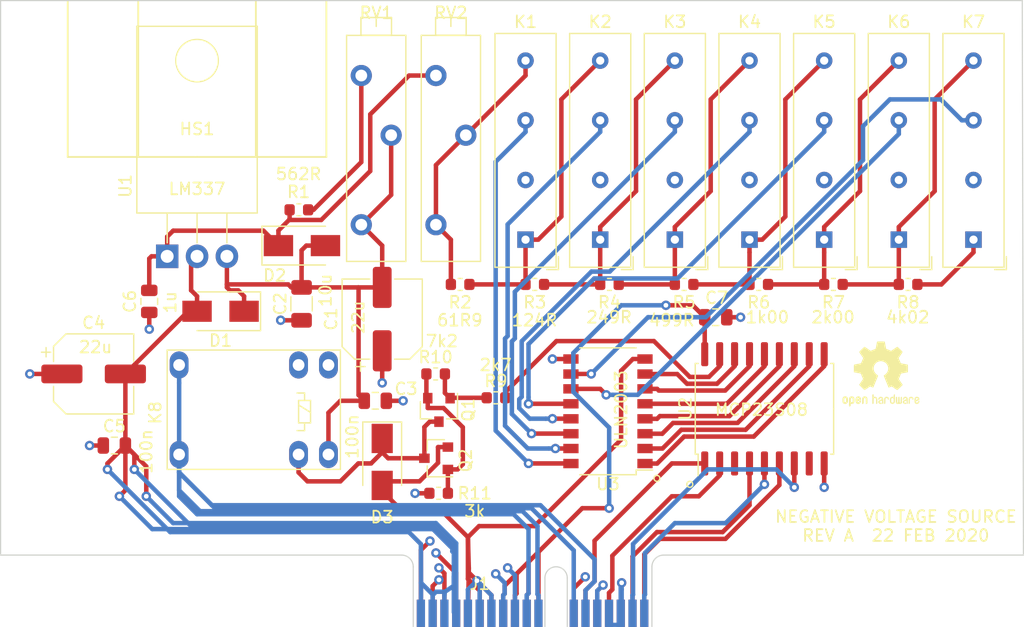
<source format=kicad_pcb>
(kicad_pcb (version 20171130) (host pcbnew "(5.1.5)-3")
  (layers (0 F.Cu signal hide) (1 In1.Cu power hide) (2 In2.Cu power hide) (31 B.Cu signal) (34 B.Paste user) (35 F.Paste user) (36 B.SilkS user) (37 F.SilkS user) (38 B.Mask user) (39 F.Mask user) (44 Edge.Cuts user))
  (net 0 "")
  (net 1 GNDREF)
  (net 2 /-VUNREG)
  (net 3 "/Neg Reg/NegR/RA")
  (net 4 +3V3)
  (net 5 /VNEG)
  (net 6 /A0)
  (net 7 /~CS)
  (net 8 GND)
  (net 9 /SCK)
  (net 10 /A1)
  (net 11 /~RST)
  (net 12 /SI)
  (net 13 +12V)
  (net 14 "Net-(K1-Pad1)")
  (net 15 "Net-(K1-Pad5)")
  (net 16 "Net-(K1-Pad7)")
  (net 17 "Net-(K2-Pad1)")
  (net 18 "Net-(K2-Pad5)")
  (net 19 "Net-(K3-Pad1)")
  (net 20 "Net-(K3-Pad5)")
  (net 21 "Net-(K4-Pad1)")
  (net 22 "Net-(K4-Pad5)")
  (net 23 "Net-(K5-Pad1)")
  (net 24 "Net-(K5-Pad5)")
  (net 25 "Net-(K6-Pad1)")
  (net 26 "Net-(K6-Pad5)")
  (net 27 "Net-(K7-Pad5)")
  (net 28 "Net-(Q1-Pad1)")
  (net 29 "Net-(R1-Pad1)")
  (net 30 "/Neg Reg/D7")
  (net 31 "/Neg Reg/D6")
  (net 32 "/Neg Reg/D5")
  (net 33 "/Neg Reg/D4")
  (net 34 "/Neg Reg/D3")
  (net 35 "/Neg Reg/D2")
  (net 36 "/Neg Reg/D1")
  (net 37 "/Neg Reg/D0")
  (net 38 "Net-(U2-Pad8)")
  (net 39 "Net-(U2-Pad3)")
  (net 40 "/Neg Reg/NVREG")
  (net 41 "Net-(Q1-Pad2)")
  (net 42 "Net-(D3-Pad1)")
  (module Symbol:OSHW-Logo2_7.3x6mm_SilkScreen (layer F.Cu) (at 138.176 68.58)
    (fp_text reference REF** hide)
    (fp_text value OSHW-Logo2_7.3x6mm_SilkScreen hide)
  )
  (module Diode_SMD:D_SMA (layer F.Cu) (at 95.758 76.072 270)
    (fp_text reference D3 (at 4.7 0 180) (layer F.SilkS))
    (fp_text value SS34)
    (pad 2 smd rect (at 2 0 270) (size 2.5 1.8) (layers F.Cu F.Paste F.Mask) (net 8 GND))
    (pad 1 smd rect (at -2 0 270) (size 2.5 1.8) (layers F.Cu F.Paste F.Mask) (net 42 "Net-(D3-Pad1)"))
  )
  (module Diode_SMD:D_SMA (layer F.Cu) (at 88.932 57.658)
    (fp_text reference D2 (at -2.318 2.54) (layer F.SilkS))
    (fp_text value SS34)
    (pad 2 smd rect (at 2 0) (size 2.5 1.8) (layers F.Cu F.Paste F.Mask) (net 40 "/Neg Reg/NVREG"))
    (pad 1 smd rect (at -2 0) (size 2.5 1.8) (layers F.Cu F.Paste F.Mask) (net 3 "/Neg Reg/NegR/RA"))
  )
  (module Diode_SMD:D_SMA (layer F.Cu) (at 82.01 63.246 180)
    (fp_text reference D1 (at 0 -2.5) (layer F.SilkS))
    (fp_text value SS34)
    (pad 2 smd rect (at 2 0 180) (size 2.5 1.8) (layers F.Cu F.Paste F.Mask) (net 2 /-VUNREG))
    (pad 1 smd rect (at -2 0 180) (size 2.5 1.8) (layers F.Cu F.Paste F.Mask) (net 40 "/Neg Reg/NVREG"))
  )
  (module Resistor_SMD:R_0603_1608Metric (layer F.Cu) (at 100.3045 68.58)
    (fp_text reference R10 (at 0 -1.43) (layer F.SilkS))
    (fp_text value 7k2)
    (pad 2 smd roundrect (at 0.7875 0) (size 0.875 0.95) (layers F.Cu F.Paste F.Mask) (net 28 "Net-(Q1-Pad1)"))
    (pad 1 smd roundrect (at -0.7875 0) (size 0.875 0.95) (layers F.Cu F.Paste F.Mask) (net 41 "Net-(Q1-Pad2)"))
  )
  (module Relay_THT:Relay_SPDT_HJR-4102 (layer F.Cu) (at 78.486 75.438 90)
    (fp_text reference K8 (at 3.556 -2.032 90) (layer F.SilkS))
    (fp_text value HRS1H-S-DC12V)
    (pad 6 thru_hole oval (at 0 12.7 90) (size 2.3 1.6) (drill 1) (layers *.Cu *.Mask) (net 40 "/Neg Reg/NVREG"))
    (pad 7 thru_hole oval (at 7.62 12.7 90) (size 2.3 1.6) (drill 1) (layers *.Cu *.Mask) (net 1 GNDREF))
    (pad 5 thru_hole oval (at 0 10.16 90) (size 2.3 1.6) (drill 1) (layers *.Cu *.Mask) (net 42 "Net-(D3-Pad1)"))
    (pad 1 thru_hole oval (at 0 0 90) (size 2.3 1.6) (drill 1) (layers *.Cu *.Mask) (net 5 /VNEG))
    (pad 8 thru_hole oval (at 7.62 10.16 90) (size 2.3 1.6) (drill 1) (layers *.Cu *.Mask) (net 13 +12V))
    (pad 12 thru_hole oval (at 7.62 0 90) (size 2.3 1.6) (drill 1) (layers *.Cu *.Mask) (net 5 /VNEG))
  )
  (module Package_TO_SOT_SMD:SOT-23 (layer F.Cu) (at 100.584 71.644 270)
    (fp_text reference Q1 (at 0 -2.5 90) (layer F.SilkS))
    (fp_text value SS8050)
    (pad 3 smd rect (at 1 0 270) (size 0.9 0.8) (layers F.Cu F.Paste F.Mask) (net 42 "Net-(D3-Pad1)"))
    (pad 2 smd rect (at -1 0.95 270) (size 0.9 0.8) (layers F.Cu F.Paste F.Mask) (net 41 "Net-(Q1-Pad2)"))
    (pad 1 smd rect (at -1 -0.95 270) (size 0.9 0.8) (layers F.Cu F.Paste F.Mask) (net 28 "Net-(Q1-Pad1)"))
  )
  (module Package_TO_SOT_SMD:SOT-23 (layer F.Cu) (at 100.346 75.758 180)
    (fp_text reference Q2 (at -2.524 -0.188 90) (layer F.SilkS))
    (fp_text value SS8050)
    (pad 3 smd rect (at 1 0 180) (size 0.9 0.8) (layers F.Cu F.Paste F.Mask) (net 42 "Net-(D3-Pad1)"))
    (pad 2 smd rect (at -1 0.95 180) (size 0.9 0.8) (layers F.Cu F.Paste F.Mask) (net 8 GND))
    (pad 1 smd rect (at -1 -0.95 180) (size 0.9 0.8) (layers F.Cu F.Paste F.Mask) (net 41 "Net-(Q1-Pad2)"))
  )
  (module Resistor_SMD:R_0603_1608Metric (layer F.Cu) (at 100.5585 78.74)
    (fp_text reference R11 (at 3.0735 0) (layer F.SilkS))
    (fp_text value 3k)
    (pad 2 smd roundrect (at 0.7875 0) (size 0.875 0.95) (layers F.Cu F.Paste F.Mask) (net 41 "Net-(Q1-Pad2)"))
    (pad 1 smd roundrect (at -0.7875 0) (size 0.875 0.95) (layers F.Cu F.Paste F.Mask) (net 1 GNDREF))
  )
  (module Package_TO_SOT_THT:TO-220-3_Horizontal_TabDown (layer F.Cu) (at 77.47 58.57)
    (fp_text reference U1 (at -3.556 -5.992 90) (layer F.SilkS))
    (fp_text value LM337_TO220)
    (pad 3 thru_hole oval (at 5.08 0) (size 1.905 2) (drill 1.1) (layers *.Cu *.Mask) (net 40 "/Neg Reg/NVREG"))
    (pad 2 thru_hole oval (at 2.54 0) (size 1.905 2) (drill 1.1) (layers *.Cu *.Mask) (net 2 /-VUNREG))
    (pad 1 thru_hole rect (at 0 0) (size 1.905 2) (drill 1.1) (layers *.Cu *.Mask) (net 3 "/Neg Reg/NegR/RA"))
    (pad "" np_thru_hole oval (at 2.54 -16.66) (size 3.5 3.5) (drill 3.5) (layers *.Cu *.Mask))
  )
  (module programmer:Heatsink_22x10x25mm_1xFixation3mm (layer F.Cu) (at 80.01 41.91)
    (fp_text reference HS1 (at 0 5.82) (layer F.SilkS))
    (fp_text value Heatsink)
    (pad 1 thru_hole circle (at 0 0) (size 3.2 3.2) (drill 3.2) (layers *.Cu *.Mask))
  )
  (module Package_SO:SOP-16_4.4x10.4mm_P1.27mm (layer F.Cu) (at 114.96 71.76 180)
    (fp_text reference U3 (at 0 -6.2) (layer F.SilkS))
    (fp_text value ULN2003)
    (pad 16 smd rect (at 3.15 -4.45 180) (size 1.3 0.8) (layers F.Cu F.Paste F.Mask) (net 15 "Net-(K1-Pad5)"))
    (pad 15 smd rect (at 3.15 -3.17 180) (size 1.3 0.8) (layers F.Cu F.Paste F.Mask) (net 18 "Net-(K2-Pad5)"))
    (pad 14 smd rect (at 3.15 -1.91 180) (size 1.3 0.8) (layers F.Cu F.Paste F.Mask) (net 20 "Net-(K3-Pad5)"))
    (pad 13 smd rect (at 3.15 -0.64 180) (size 1.3 0.8) (layers F.Cu F.Paste F.Mask) (net 22 "Net-(K4-Pad5)"))
    (pad 12 smd rect (at 3.15 0.64 180) (size 1.3 0.8) (layers F.Cu F.Paste F.Mask) (net 24 "Net-(K5-Pad5)"))
    (pad 11 smd rect (at 3.15 1.91 180) (size 1.3 0.8) (layers F.Cu F.Paste F.Mask) (net 26 "Net-(K6-Pad5)"))
    (pad 10 smd rect (at 3.15 3.17 180) (size 1.3 0.8) (layers F.Cu F.Paste F.Mask) (net 27 "Net-(K7-Pad5)"))
    (pad 9 smd rect (at 3.15 4.45 180) (size 1.3 0.8) (layers F.Cu F.Paste F.Mask) (net 13 +12V))
    (pad 8 smd rect (at -3.15 4.45 180) (size 1.3 0.8) (layers F.Cu F.Paste F.Mask) (net 8 GND))
    (pad 7 smd rect (at -3.15 3.17 180) (size 1.3 0.8) (layers F.Cu F.Paste F.Mask) (net 31 "/Neg Reg/D6"))
    (pad 6 smd rect (at -3.15 1.91 180) (size 1.3 0.8) (layers F.Cu F.Paste F.Mask) (net 32 "/Neg Reg/D5"))
    (pad 5 smd rect (at -3.15 0.64 180) (size 1.3 0.8) (layers F.Cu F.Paste F.Mask) (net 33 "/Neg Reg/D4"))
    (pad 4 smd rect (at -3.15 -0.64 180) (size 1.3 0.8) (layers F.Cu F.Paste F.Mask) (net 34 "/Neg Reg/D3"))
    (pad 3 smd rect (at -3.15 -1.91 180) (size 1.3 0.8) (layers F.Cu F.Paste F.Mask) (net 35 "/Neg Reg/D2"))
    (pad 2 smd rect (at -3.15 -3.17 180) (size 1.3 0.8) (layers F.Cu F.Paste F.Mask) (net 36 "/Neg Reg/D1"))
    (pad 1 smd rect (at -3.15 -4.45 180) (size 1.3 0.8) (layers F.Cu F.Paste F.Mask) (net 37 "/Neg Reg/D0"))
  )
  (module Package_SO:SOIC-18W_7.5x11.6mm_P1.27mm (layer F.Cu) (at 128.27 71.55 90)
    (fp_text reference U2 (at 0 -6.72 90) (layer F.SilkS))
    (fp_text value MCP23S08)
    (pad 18 smd roundrect (at 4.65 -5.08 90) (size 2.05 0.6) (layers F.Cu F.Paste F.Mask) (net 4 +3V3))
    (pad 17 smd roundrect (at 4.65 -3.81 90) (size 2.05 0.6) (layers F.Cu F.Paste F.Mask) (net 30 "/Neg Reg/D7"))
    (pad 16 smd roundrect (at 4.65 -2.54 90) (size 2.05 0.6) (layers F.Cu F.Paste F.Mask) (net 31 "/Neg Reg/D6"))
    (pad 15 smd roundrect (at 4.65 -1.27 90) (size 2.05 0.6) (layers F.Cu F.Paste F.Mask) (net 32 "/Neg Reg/D5"))
    (pad 14 smd roundrect (at 4.65 0 90) (size 2.05 0.6) (layers F.Cu F.Paste F.Mask) (net 33 "/Neg Reg/D4"))
    (pad 13 smd roundrect (at 4.65 1.27 90) (size 2.05 0.6) (layers F.Cu F.Paste F.Mask) (net 34 "/Neg Reg/D3"))
    (pad 12 smd roundrect (at 4.65 2.54 90) (size 2.05 0.6) (layers F.Cu F.Paste F.Mask) (net 35 "/Neg Reg/D2"))
    (pad 11 smd roundrect (at 4.65 3.81 90) (size 2.05 0.6) (layers F.Cu F.Paste F.Mask) (net 36 "/Neg Reg/D1"))
    (pad 10 smd roundrect (at 4.65 5.08 90) (size 2.05 0.6) (layers F.Cu F.Paste F.Mask) (net 37 "/Neg Reg/D0"))
    (pad 9 smd roundrect (at -4.65 5.08 90) (size 2.05 0.6) (layers F.Cu F.Paste F.Mask) (net 1 GNDREF))
    (pad 8 smd roundrect (at -4.65 3.81 90) (size 2.05 0.6) (layers F.Cu F.Paste F.Mask) (net 38 "Net-(U2-Pad8)"))
    (pad 7 smd roundrect (at -4.65 2.54 90) (size 2.05 0.6) (layers F.Cu F.Paste F.Mask) (net 7 /~CS))
    (pad 6 smd roundrect (at -4.65 1.27 90) (size 2.05 0.6) (layers F.Cu F.Paste F.Mask) (net 11 /~RST))
    (pad 5 smd roundrect (at -4.65 0 90) (size 2.05 0.6) (layers F.Cu F.Paste F.Mask) (net 6 /A0))
    (pad 4 smd roundrect (at -4.65 -1.27 90) (size 2.05 0.6) (layers F.Cu F.Paste F.Mask) (net 10 /A1))
    (pad 3 smd roundrect (at -4.65 -2.54 90) (size 2.05 0.6) (layers F.Cu F.Paste F.Mask) (net 39 "Net-(U2-Pad3)"))
    (pad 2 smd roundrect (at -4.65 -3.81 90) (size 2.05 0.6) (layers F.Cu F.Paste F.Mask) (net 12 /SI))
    (pad 1 smd roundrect (at -4.65 -5.08 90) (size 2.05 0.6) (layers F.Cu F.Paste F.Mask) (net 9 /SCK))
  )
  (module Potentiometer_THT:Potentiometer_Vishay_43_Horizontal (layer F.Cu) (at 100.33 55.88 270)
    (fp_text reference RV2 (at -18.034 -1.27 180) (layer F.SilkS))
    (fp_text value 100R)
    (pad 3 thru_hole circle (at -12.7 0 270) (size 1.8 1.8) (drill 1) (layers *.Cu *.Mask) (net 3 "/Neg Reg/NegR/RA"))
    (pad 2 thru_hole circle (at -7.62 -2.54 270) (size 1.8 1.8) (drill 1) (layers *.Cu *.Mask) (net 16 "Net-(K1-Pad7)"))
    (pad 1 thru_hole circle (at 0 0 270) (size 1.8 1.8) (drill 1) (layers *.Cu *.Mask) (net 16 "Net-(K1-Pad7)"))
  )
  (module Potentiometer_THT:Potentiometer_Vishay_43_Horizontal (layer F.Cu) (at 93.98 55.88 270)
    (fp_text reference RV1 (at -18.034 -1.27 180) (layer F.SilkS))
    (fp_text value 100R)
    (pad 3 thru_hole circle (at -12.7 0 270) (size 1.8 1.8) (drill 1) (layers *.Cu *.Mask) (net 29 "Net-(R1-Pad1)"))
    (pad 2 thru_hole circle (at -7.62 -2.54 270) (size 1.8 1.8) (drill 1) (layers *.Cu *.Mask) (net 40 "/Neg Reg/NVREG"))
    (pad 1 thru_hole circle (at 0 0 270) (size 1.8 1.8) (drill 1) (layers *.Cu *.Mask) (net 40 "/Neg Reg/NVREG"))
  )
  (module Resistor_SMD:R_0603_1608Metric (layer F.Cu) (at 105.4355 70.612)
    (fp_text reference R9 (at 0 -1.43) (layer F.SilkS))
    (fp_text value 2k7)
    (pad 2 smd roundrect (at 0.7875 0) (size 0.875 0.95) (layers F.Cu F.Paste F.Mask) (net 30 "/Neg Reg/D7"))
    (pad 1 smd roundrect (at -0.7875 0) (size 0.875 0.95) (layers F.Cu F.Paste F.Mask) (net 28 "Net-(Q1-Pad1)"))
  )
  (module Resistor_SMD:R_0603_1608Metric (layer F.Cu) (at 140.4875 60.96)
    (fp_text reference R8 (at 0 1.524) (layer F.SilkS))
    (fp_text value 4k02)
    (pad 2 smd roundrect (at 0.7875 0) (size 0.875 0.95) (layers F.Cu F.Paste F.Mask) (net 1 GNDREF))
    (pad 1 smd roundrect (at -0.7875 0) (size 0.875 0.95) (layers F.Cu F.Paste F.Mask) (net 25 "Net-(K6-Pad1)"))
  )
  (module Resistor_SMD:R_0603_1608Metric (layer F.Cu) (at 134.1375 60.96)
    (fp_text reference R7 (at 0 1.524) (layer F.SilkS))
    (fp_text value 2k00)
    (pad 2 smd roundrect (at 0.7875 0) (size 0.875 0.95) (layers F.Cu F.Paste F.Mask) (net 25 "Net-(K6-Pad1)"))
    (pad 1 smd roundrect (at -0.7875 0) (size 0.875 0.95) (layers F.Cu F.Paste F.Mask) (net 23 "Net-(K5-Pad1)"))
  )
  (module Resistor_SMD:R_0603_1608Metric (layer F.Cu) (at 127.7875 60.96)
    (fp_text reference R6 (at 0 1.524) (layer F.SilkS))
    (fp_text value 1k00)
    (pad 2 smd roundrect (at 0.7875 0) (size 0.875 0.95) (layers F.Cu F.Paste F.Mask) (net 23 "Net-(K5-Pad1)"))
    (pad 1 smd roundrect (at -0.7875 0) (size 0.875 0.95) (layers F.Cu F.Paste F.Mask) (net 21 "Net-(K4-Pad1)"))
  )
  (module Resistor_SMD:R_0603_1608Metric (layer F.Cu) (at 121.4375 60.96)
    (fp_text reference R5 (at 0 1.524) (layer F.SilkS))
    (fp_text value 499R)
    (pad 2 smd roundrect (at 0.7875 0) (size 0.875 0.95) (layers F.Cu F.Paste F.Mask) (net 21 "Net-(K4-Pad1)"))
    (pad 1 smd roundrect (at -0.7875 0) (size 0.875 0.95) (layers F.Cu F.Paste F.Mask) (net 19 "Net-(K3-Pad1)"))
  )
  (module Resistor_SMD:R_0603_1608Metric (layer F.Cu) (at 115.0875 60.96)
    (fp_text reference R4 (at 0 1.524) (layer F.SilkS))
    (fp_text value 249R)
    (pad 2 smd roundrect (at 0.7875 0) (size 0.875 0.95) (layers F.Cu F.Paste F.Mask) (net 19 "Net-(K3-Pad1)"))
    (pad 1 smd roundrect (at -0.7875 0) (size 0.875 0.95) (layers F.Cu F.Paste F.Mask) (net 17 "Net-(K2-Pad1)"))
  )
  (module Resistor_SMD:R_0603_1608Metric (layer F.Cu) (at 108.7375 60.96)
    (fp_text reference R3 (at 0 1.524) (layer F.SilkS))
    (fp_text value 124R)
    (pad 2 smd roundrect (at 0.7875 0) (size 0.875 0.95) (layers F.Cu F.Paste F.Mask) (net 17 "Net-(K2-Pad1)"))
    (pad 1 smd roundrect (at -0.7875 0) (size 0.875 0.95) (layers F.Cu F.Paste F.Mask) (net 14 "Net-(K1-Pad1)"))
  )
  (module Resistor_SMD:R_0603_1608Metric (layer F.Cu) (at 102.3875 60.96)
    (fp_text reference R2 (at 0 1.524) (layer F.SilkS))
    (fp_text value 61R9)
    (pad 2 smd roundrect (at 0.7875 0) (size 0.875 0.95) (layers F.Cu F.Paste F.Mask) (net 14 "Net-(K1-Pad1)"))
    (pad 1 smd roundrect (at -0.7875 0) (size 0.875 0.95) (layers F.Cu F.Paste F.Mask) (net 16 "Net-(K1-Pad7)"))
  )
  (module Resistor_SMD:R_0603_1608Metric (layer F.Cu) (at 88.6715 54.61 180)
    (fp_text reference R1 (at 0.0255 1.524) (layer F.SilkS))
    (fp_text value 562R)
    (pad 2 smd roundrect (at 0.7875 0 180) (size 0.875 0.95) (layers F.Cu F.Paste F.Mask) (net 3 "/Neg Reg/NegR/RA"))
    (pad 1 smd roundrect (at -0.7875 0 180) (size 0.875 0.95) (layers F.Cu F.Paste F.Mask) (net 29 "Net-(R1-Pad1)"))
  )
  (module Relay_THT:Relay_SPST_StandexMeder_SIL_Form1A (layer F.Cu) (at 146.05 57.15 90)
    (fp_text reference K7 (at 18.542 0 180) (layer F.SilkS))
    (fp_text value SIP-1A12)
    (pad 1 thru_hole rect (at 0 0 90) (size 1.4 1.4) (drill 0.7) (layers *.Cu *.Mask) (net 1 GNDREF))
    (pad 3 thru_hole circle (at 5.08 0 90) (size 1.4 1.4) (drill 0.7) (layers *.Cu *.Mask) (net 13 +12V))
    (pad 5 thru_hole circle (at 10.16 0 90) (size 1.4 1.4) (drill 0.7) (layers *.Cu *.Mask) (net 27 "Net-(K7-Pad5)"))
    (pad 7 thru_hole circle (at 15.24 0 90) (size 1.4 1.4) (drill 0.7) (layers *.Cu *.Mask) (net 25 "Net-(K6-Pad1)"))
  )
  (module Relay_THT:Relay_SPST_StandexMeder_SIL_Form1A (layer F.Cu) (at 139.7 57.15 90)
    (fp_text reference K6 (at 18.542 0 180) (layer F.SilkS))
    (fp_text value SIP-1A12)
    (pad 1 thru_hole rect (at 0 0 90) (size 1.4 1.4) (drill 0.7) (layers *.Cu *.Mask) (net 25 "Net-(K6-Pad1)"))
    (pad 3 thru_hole circle (at 5.08 0 90) (size 1.4 1.4) (drill 0.7) (layers *.Cu *.Mask) (net 13 +12V))
    (pad 5 thru_hole circle (at 10.16 0 90) (size 1.4 1.4) (drill 0.7) (layers *.Cu *.Mask) (net 26 "Net-(K6-Pad5)"))
    (pad 7 thru_hole circle (at 15.24 0 90) (size 1.4 1.4) (drill 0.7) (layers *.Cu *.Mask) (net 23 "Net-(K5-Pad1)"))
  )
  (module Relay_THT:Relay_SPST_StandexMeder_SIL_Form1A (layer F.Cu) (at 133.35 57.15 90)
    (fp_text reference K5 (at 18.542 0 180) (layer F.SilkS))
    (fp_text value SIP-1A12)
    (pad 1 thru_hole rect (at 0 0 90) (size 1.4 1.4) (drill 0.7) (layers *.Cu *.Mask) (net 23 "Net-(K5-Pad1)"))
    (pad 3 thru_hole circle (at 5.08 0 90) (size 1.4 1.4) (drill 0.7) (layers *.Cu *.Mask) (net 13 +12V))
    (pad 5 thru_hole circle (at 10.16 0 90) (size 1.4 1.4) (drill 0.7) (layers *.Cu *.Mask) (net 24 "Net-(K5-Pad5)"))
    (pad 7 thru_hole circle (at 15.24 0 90) (size 1.4 1.4) (drill 0.7) (layers *.Cu *.Mask) (net 21 "Net-(K4-Pad1)"))
  )
  (module Relay_THT:Relay_SPST_StandexMeder_SIL_Form1A (layer F.Cu) (at 127 57.15 90)
    (fp_text reference K4 (at 18.542 0 180) (layer F.SilkS))
    (fp_text value SIP-1A12)
    (pad 1 thru_hole rect (at 0 0 90) (size 1.4 1.4) (drill 0.7) (layers *.Cu *.Mask) (net 21 "Net-(K4-Pad1)"))
    (pad 3 thru_hole circle (at 5.08 0 90) (size 1.4 1.4) (drill 0.7) (layers *.Cu *.Mask) (net 13 +12V))
    (pad 5 thru_hole circle (at 10.16 0 90) (size 1.4 1.4) (drill 0.7) (layers *.Cu *.Mask) (net 22 "Net-(K4-Pad5)"))
    (pad 7 thru_hole circle (at 15.24 0 90) (size 1.4 1.4) (drill 0.7) (layers *.Cu *.Mask) (net 19 "Net-(K3-Pad1)"))
  )
  (module Relay_THT:Relay_SPST_StandexMeder_SIL_Form1A (layer F.Cu) (at 120.65 57.15 90)
    (fp_text reference K3 (at 18.542 0 180) (layer F.SilkS))
    (fp_text value SIP-1A12)
    (pad 1 thru_hole rect (at 0 0 90) (size 1.4 1.4) (drill 0.7) (layers *.Cu *.Mask) (net 19 "Net-(K3-Pad1)"))
    (pad 3 thru_hole circle (at 5.08 0 90) (size 1.4 1.4) (drill 0.7) (layers *.Cu *.Mask) (net 13 +12V))
    (pad 5 thru_hole circle (at 10.16 0 90) (size 1.4 1.4) (drill 0.7) (layers *.Cu *.Mask) (net 20 "Net-(K3-Pad5)"))
    (pad 7 thru_hole circle (at 15.24 0 90) (size 1.4 1.4) (drill 0.7) (layers *.Cu *.Mask) (net 17 "Net-(K2-Pad1)"))
  )
  (module Relay_THT:Relay_SPST_StandexMeder_SIL_Form1A (layer F.Cu) (at 114.3 57.15 90)
    (fp_text reference K2 (at 18.542 0 180) (layer F.SilkS))
    (fp_text value SIP-1A12)
    (pad 1 thru_hole rect (at 0 0 90) (size 1.4 1.4) (drill 0.7) (layers *.Cu *.Mask) (net 17 "Net-(K2-Pad1)"))
    (pad 3 thru_hole circle (at 5.08 0 90) (size 1.4 1.4) (drill 0.7) (layers *.Cu *.Mask) (net 13 +12V))
    (pad 5 thru_hole circle (at 10.16 0 90) (size 1.4 1.4) (drill 0.7) (layers *.Cu *.Mask) (net 18 "Net-(K2-Pad5)"))
    (pad 7 thru_hole circle (at 15.24 0 90) (size 1.4 1.4) (drill 0.7) (layers *.Cu *.Mask) (net 14 "Net-(K1-Pad1)"))
  )
  (module Relay_THT:Relay_SPST_StandexMeder_SIL_Form1A (layer F.Cu) (at 107.95 57.15 90)
    (fp_text reference K1 (at 18.542 0 180) (layer F.SilkS))
    (fp_text value SIP-1A12)
    (pad 1 thru_hole rect (at 0 0 90) (size 1.4 1.4) (drill 0.7) (layers *.Cu *.Mask) (net 14 "Net-(K1-Pad1)"))
    (pad 3 thru_hole circle (at 5.08 0 90) (size 1.4 1.4) (drill 0.7) (layers *.Cu *.Mask) (net 13 +12V))
    (pad 5 thru_hole circle (at 10.16 0 90) (size 1.4 1.4) (drill 0.7) (layers *.Cu *.Mask) (net 15 "Net-(K1-Pad5)"))
    (pad 7 thru_hole circle (at 15.24 0 90) (size 1.4 1.4) (drill 0.7) (layers *.Cu *.Mask) (net 16 "Net-(K1-Pad7)"))
  )
  (module Connector_PCBEdge:BUS_PCIexpress_x1 (layer F.Cu) (at 99.04984 89.94648)
    (fp_text reference J1 (at 5 -3.5) (layer F.SilkS))
    (fp_text value Conn)
    (fp_arc (start 11.5 -4) (end 12.45 -4) (angle -180) (layer Edge.Cuts) (width 0.1))
    (fp_line (start 19.65 2.95) (end 19.15 3.45) (layer Edge.Cuts) (width 0.1))
    (fp_line (start 12.45 2.95) (end 12.95 3.45) (layer Edge.Cuts) (width 0.1))
    (fp_line (start 10.55 2.95) (end 10.05 3.45) (layer Edge.Cuts) (width 0.1))
    (fp_line (start -0.65 2.95) (end -0.15 3.45) (layer Edge.Cuts) (width 0.1))
    (fp_line (start 12.95 3.45) (end 19.15 3.45) (layer Edge.Cuts) (width 0.1))
    (fp_line (start 19.65 -4.95) (end 19.65 2.95) (layer Edge.Cuts) (width 0.1))
    (fp_line (start -0.15 3.45) (end 10.05 3.45) (layer Edge.Cuts) (width 0.1))
    (fp_line (start -0.65 -4.95) (end -0.65 2.95) (layer Edge.Cuts) (width 0.1))
    (fp_line (start 12.45 -4) (end 12.45 2.95) (layer Edge.Cuts) (width 0.1))
    (fp_line (start 10.55 -4) (end 10.55 2.95) (layer Edge.Cuts) (width 0.1))
    (pad A13 connect rect (at 14 0) (size 0.7 4.3) (layers B.Cu B.Mask) (net 5 /VNEG))
    (pad A12 connect rect (at 13 0) (size 0.7 4.3) (layers B.Cu B.Mask) (net 5 /VNEG))
    (pad A18 connect rect (at 19 0) (size 0.7 4.3) (layers B.Cu B.Mask) (net 6 /A0))
    (pad A17 connect rect (at 18 0) (size 0.7 4.3) (layers B.Cu B.Mask) (net 7 /~CS))
    (pad A16 connect rect (at 17 0) (size 0.7 4.3) (layers B.Cu B.Mask) (net 1 GNDREF))
    (pad A15 connect rect (at 16 0) (size 0.7 4.3) (layers B.Cu B.Mask) (net 1 GNDREF))
    (pad A14 connect rect (at 15 0) (size 0.7 4.3) (layers B.Cu B.Mask) (net 1 GNDREF))
    (pad A11 connect rect (at 10 0) (size 0.7 4.3) (layers B.Cu B.Mask) (net 5 /VNEG))
    (pad A10 connect rect (at 9 0) (size 0.7 4.3) (layers B.Cu B.Mask) (net 5 /VNEG))
    (pad A9 connect rect (at 8 0) (size 0.7 4.3) (layers B.Cu B.Mask) (net 1 GNDREF))
    (pad A8 connect rect (at 7 0) (size 0.7 4.3) (layers B.Cu B.Mask) (net 1 GNDREF))
    (pad A7 connect rect (at 6 0) (size 0.7 4.3) (layers B.Cu B.Mask) (net 8 GND))
    (pad A6 connect rect (at 5 0) (size 0.7 4.3) (layers B.Cu B.Mask) (net 8 GND))
    (pad A5 connect rect (at 4 0) (size 0.7 4.3) (layers B.Cu B.Mask) (net 8 GND))
    (pad A4 connect rect (at 3 0) (size 0.7 4.3) (layers B.Cu B.Mask) (net 2 /-VUNREG))
    (pad A3 connect rect (at 2 0) (size 0.7 4.3) (layers B.Cu B.Mask) (net 2 /-VUNREG))
    (pad A2 connect rect (at 1 0) (size 0.7 4.3) (layers B.Cu B.Mask) (net 2 /-VUNREG))
    (pad A1 connect rect (at 0 -0.55) (size 0.7 3.2) (layers B.Cu B.Mask) (net 2 /-VUNREG))
    (pad B13 connect rect (at 14 0) (size 0.7 4.3) (layers F.Cu F.Mask) (net 9 /SCK))
    (pad B12 connect rect (at 13 0) (size 0.7 4.3) (layers F.Cu F.Mask) (net 1 GNDREF))
    (pad B18 connect rect (at 19 0) (size 0.7 4.3) (layers F.Cu F.Mask) (net 11 /~RST))
    (pad B17 connect rect (at 18 -0.55) (size 0.7 3.2) (layers F.Cu F.Mask) (net 10 /A1))
    (pad B16 connect rect (at 17 0) (size 0.7 4.3) (layers F.Cu F.Mask) (net 1 GNDREF))
    (pad B15 connect rect (at 16 0) (size 0.7 4.3) (layers F.Cu F.Mask) (net 12 /SI))
    (pad B14 connect rect (at 15 0) (size 0.7 4.3) (layers F.Cu F.Mask) (net 1 GNDREF))
    (pad B11 connect rect (at 10 0) (size 0.7 4.3) (layers F.Cu F.Mask) (net 4 +3V3))
    (pad B10 connect rect (at 9 0) (size 0.7 4.3) (layers F.Cu F.Mask) (net 4 +3V3))
    (pad B9 connect rect (at 8 0) (size 0.7 4.3) (layers F.Cu F.Mask) (net 4 +3V3))
    (pad B8 connect rect (at 7 0) (size 0.7 4.3) (layers F.Cu F.Mask) (net 4 +3V3))
    (pad B7 connect rect (at 6 0) (size 0.7 4.3) (layers F.Cu F.Mask) (net 8 GND))
    (pad B6 connect rect (at 5 0) (size 0.7 4.3) (layers F.Cu F.Mask) (net 8 GND))
    (pad B5 connect rect (at 4 0) (size 0.7 4.3) (layers F.Cu F.Mask) (net 8 GND))
    (pad B4 connect rect (at 3 0) (size 0.7 4.3) (layers F.Cu F.Mask) (net 13 +12V))
    (pad B3 connect rect (at 2 0) (size 0.7 4.3) (layers F.Cu F.Mask) (net 13 +12V))
    (pad B2 connect rect (at 1 0) (size 0.7 4.3) (layers F.Cu F.Mask) (net 13 +12V))
    (pad B1 connect rect (at 0 0) (size 0.7 4.3) (layers F.Cu F.Mask) (net 13 +12V))
  )
  (module Capacitor_SMD:C_0805_2012Metric (layer F.Cu) (at 124.1275 63.754)
    (fp_text reference C7 (at 0.0785 -1.65) (layer F.SilkS))
    (fp_text value 100n)
    (pad 2 smd roundrect (at 0.9375 0) (size 0.975 1.4) (layers F.Cu F.Paste F.Mask) (net 1 GNDREF))
    (pad 1 smd roundrect (at -0.9375 0) (size 0.975 1.4) (layers F.Cu F.Paste F.Mask) (net 4 +3V3))
  )
  (module Capacitor_SMD:C_0805_2012Metric (layer F.Cu) (at 75.946 62.4055 90)
    (fp_text reference C6 (at 0 -1.65 90) (layer F.SilkS))
    (fp_text value 1u)
    (pad 2 smd roundrect (at 0.9375 0 90) (size 0.975 1.4) (layers F.Cu F.Paste F.Mask) (net 3 "/Neg Reg/NegR/RA"))
    (pad 1 smd roundrect (at -0.9375 0 90) (size 0.975 1.4) (layers F.Cu F.Paste F.Mask) (net 1 GNDREF))
  )
  (module Capacitor_SMD:C_0805_2012Metric (layer F.Cu) (at 72.9765 74.676)
    (fp_text reference C5 (at 0 -1.65) (layer F.SilkS))
    (fp_text value 100n)
    (pad 2 smd roundrect (at 0.9375 0) (size 0.975 1.4) (layers F.Cu F.Paste F.Mask) (net 2 /-VUNREG))
    (pad 1 smd roundrect (at -0.9375 0) (size 0.975 1.4) (layers F.Cu F.Paste F.Mask) (net 1 GNDREF))
  )
  (module Capacitor_SMD:CP_Elec_6.3x7.7 (layer F.Cu) (at 71.214 68.58)
    (fp_text reference C4 (at 0 -4.35) (layer F.SilkS))
    (fp_text value 22u)
    (pad 2 smd roundrect (at 2.7 0) (size 3.5 1.6) (layers F.Cu F.Paste F.Mask) (roundrect_rratio 0.15625) (net 2 /-VUNREG))
    (pad 1 smd roundrect (at -2.7 0) (size 3.5 1.6) (layers F.Cu F.Paste F.Mask) (roundrect_rratio 0.15625) (net 1 GNDREF))
  )
  (module Capacitor_SMD:C_0805_2012Metric (layer F.Cu) (at 95.1715 70.866 180)
    (fp_text reference C3 (at -2.6185 1.016 180) (layer F.SilkS))
    (fp_text value 100n)
    (pad 2 smd roundrect (at 0.9375 0 180) (size 0.975 1.4) (layers F.Cu F.Paste F.Mask) (net 40 "/Neg Reg/NVREG"))
    (pad 1 smd roundrect (at -0.9375 0 180) (size 0.975 1.4) (layers F.Cu F.Paste F.Mask) (net 1 GNDREF))
  )
  (module Capacitor_SMD:C_1206_3216Metric (layer F.Cu) (at 88.9 62.614 90)
    (fp_text reference C2 (at 0 -1.82 90) (layer F.SilkS))
    (fp_text value 10u)
    (pad 2 smd roundrect (at 1.4 0 90) (size 1.25 1.75) (layers F.Cu F.Paste F.Mask) (roundrect_rratio 0.2) (net 40 "/Neg Reg/NVREG"))
    (pad 1 smd roundrect (at -1.4 0 90) (size 1.25 1.75) (layers F.Cu F.Paste F.Mask) (roundrect_rratio 0.2) (net 1 GNDREF))
  )
  (module Capacitor_SMD:CP_Elec_6.3x7.7 (layer F.Cu) (at 95.758 63.914 90)
    (fp_text reference C1 (at 0 -4.35 90) (layer F.SilkS))
    (fp_text value 22u)
    (pad 2 smd roundrect (at 2.7 0 90) (size 3.5 1.6) (layers F.Cu F.Paste F.Mask) (roundrect_rratio 0.15625) (net 40 "/Neg Reg/NVREG"))
    (pad 1 smd roundrect (at -2.7 0 90) (size 3.5 1.6) (layers F.Cu F.Paste F.Mask) (roundrect_rratio 0.15625) (net 1 GNDREF))
  )
  (gr_text "NEGATIVE VOLTAGE SOURCE\nREV A  22 FEB 2020" (at 139.446 81.534) (layer F.SilkS) (effects (font (size 1 1))))
  (gr_text LM337 (at 80.01 52.832) (layer F.SilkS) (effects (font (size 1 1))))
  (gr_text 3k (at 103.632 80.264) (layer F.SilkS) (effects (font (size 1 1))))
  (gr_text 2k7 (at 105.41 67.818) (layer F.SilkS) (effects (font (size 1 1))))
  (gr_text 7k2 (at 100.838 65.786) (layer F.SilkS) (effects (font (size 1 1))))
  (gr_text 100n (at 93.218 73.914 90) (layer F.SilkS) (effects (font (size 1 1))))
  (gr_text 100n (at 75.692 75.184 90) (layer F.SilkS) (effects (font (size 1 1))))
  (gr_text 1u (at 77.724 62.484 90) (layer F.SilkS) (effects (font (size 1 1))))
  (gr_text 10u (at 90.932 61.468 90) (layer F.SilkS) (effects (font (size 1 1))))
  (gr_text 22u (at 93.726 63.754 90) (layer F.SilkS) (effects (font (size 1 1))))
  (gr_text 22u (at 71.374 66.294) (layer F.SilkS) (effects (font (size 1 1))))
  (gr_text 562R (at 88.646 51.562) (layer F.SilkS) (effects (font (size 1 1))))
  (gr_text 61R9 (at 102.362 64.008) (layer F.SilkS) (effects (font (size 1 1))))
  (gr_text 124R (at 108.712 64.008) (layer F.SilkS) (effects (font (size 1 1))))
  (gr_text 249R (at 115.062 63.754) (layer F.SilkS) (effects (font (size 1 1))))
  (gr_text 499R (at 120.396 64.008) (layer F.SilkS) (effects (font (size 1 1))))
  (gr_text 1k00 (at 128.524 63.754) (layer F.SilkS) (effects (font (size 1 1))))
  (gr_text 2k00 (at 134.112 63.754) (layer F.SilkS) (effects (font (size 1 1))))
  (gr_text 4k02 (at 140.462 63.754) (layer F.SilkS) (effects (font (size 1 1))))
  (gr_text MCP23S08 (at 128.016 71.628) (layer F.SilkS) (effects (font (size 1 1))))
  (gr_text ULN2003 (at 116.078 71.628 90) (layer F.SilkS) (effects (font (size 1 1))))
  (gr_circle (center 119.126 77.47) (end 119.38 77.47) (layer F.SilkS) (width 0.12))
  (gr_circle (center 121.92 77.978) (end 121.92 78.232) (layer F.SilkS) (width 0.12))
  (gr_line (start 150.3 84) (end 119.7 84) (layer Edge.Cuts) (width 0.1))
  (gr_line (start 150.2 36.8) (end 150.3 84) (layer Edge.Cuts) (width 0.1))
  (gr_line (start 63.3 36.8) (end 150.2 36.8) (layer Edge.Cuts) (width 0.1))
  (gr_line (start 63.3 84) (end 63.3 36.8) (layer Edge.Cuts) (width 0.1))
  (gr_line (start 97.403491 84.000006) (end 63.3 84.000006) (layer Edge.Cuts) (width 0.1))
  (gr_arc (start 97.4 85) (end 98.4 85) (angle -89.8) (layer Edge.Cuts) (width 0.1))
  (gr_arc (start 119.7 85) (end 119.7 84) (angle -89.8) (layer Edge.Cuts) (width 0.1))
  (segment (start 146.05 58.231) (end 146.05 57.15) (width 0.381) (layer F.Cu) (net 1))
  (segment (start 143.321 60.96) (end 146.05 58.231) (width 0.381) (layer F.Cu) (net 1))
  (segment (start 141.275 60.96) (end 143.321 60.96) (width 0.381) (layer F.Cu) (net 1))
  (via (at 65.786 68.58) (size 0.8) (drill 0.4) (layers F.Cu B.Cu) (net 1))
  (segment (start 68.514 68.58) (end 65.786 68.58) (width 0.381) (layer F.Cu) (net 1))
  (via (at 75.946 64.77) (size 0.8) (drill 0.4) (layers F.Cu B.Cu) (net 1))
  (segment (start 75.946 63.343) (end 75.946 64.77) (width 0.381) (layer F.Cu) (net 1))
  (segment (start 88.9 64.014) (end 87.128 64.014) (width 0.381) (layer F.Cu) (net 1))
  (via (at 87.122 64.008) (size 0.8) (drill 0.4) (layers F.Cu B.Cu) (net 1))
  (segment (start 87.128 64.014) (end 87.122 64.008) (width 0.381) (layer F.Cu) (net 1))
  (via (at 70.866 74.676) (size 0.8) (drill 0.4) (layers F.Cu B.Cu) (net 1))
  (segment (start 72.039 74.676) (end 70.866 74.676) (width 0.381) (layer F.Cu) (net 1))
  (via (at 97.536 70.866) (size 0.8) (drill 0.4) (layers F.Cu B.Cu) (net 1))
  (segment (start 96.109 70.866) (end 97.536 70.866) (width 0.381) (layer F.Cu) (net 1))
  (via (at 95.758 69.342) (size 0.8) (drill 0.4) (layers F.Cu B.Cu) (net 1))
  (segment (start 95.758 66.614) (end 95.758 69.342) (width 0.381) (layer F.Cu) (net 1))
  (via (at 98.552 78.74) (size 0.8) (drill 0.4) (layers F.Cu B.Cu) (net 1))
  (segment (start 99.771 78.74) (end 98.552 78.74) (width 0.381) (layer F.Cu) (net 1))
  (via (at 133.35 78.232) (size 0.8) (drill 0.4) (layers F.Cu B.Cu) (net 1))
  (segment (start 133.35 76.2) (end 133.35 78.232) (width 0.381) (layer F.Cu) (net 1))
  (via (at 126.238 63.754) (size 0.8) (drill 0.4) (layers F.Cu B.Cu) (net 1))
  (segment (start 125.065 63.754) (end 126.238 63.754) (width 0.381) (layer F.Cu) (net 1))
  (segment (start 115.04984 89.94648) (end 115.78084 89.94648) (width 0.381) (layer B.Cu) (net 1))
  (segment (start 112.04984 89.94648) (end 112.04984 86.83216) (width 0.381) (layer F.Cu) (net 1))
  (segment (start 116.04984 89.94648) (end 116.04984 86.434739) (width 0.381) (layer B.Cu) (net 1))
  (segment (start 116.04984 86.434739) (end 116.124579 86.36) (width 0.381) (layer F.Cu) (net 1))
  (segment (start 116.124579 86.925685) (end 116.124579 86.36) (width 0.381) (layer B.Cu) (net 1))
  (segment (start 116.124579 89.602741) (end 116.124579 86.925685) (width 0.381) (layer B.Cu) (net 1))
  (via (at 116.124579 86.36) (size 0.8) (drill 0.4) (layers F.Cu B.Cu) (net 1))
  (segment (start 115.78084 89.94648) (end 116.124579 89.602741) (width 0.381) (layer B.Cu) (net 1))
  (segment (start 114.04984 89.94648) (end 114.04984 87.044671) (width 0.381) (layer F.Cu) (net 1))
  (via (at 114.543567 86.550944) (size 0.8) (drill 0.4) (layers F.Cu B.Cu) (net 1))
  (segment (start 116.04984 86.434739) (end 116.124579 86.36) (width 0.381) (layer B.Cu) (net 1))
  (segment (start 114.04984 87.044671) (end 114.543567 86.550944) (width 0.381) (layer B.Cu) (net 1))
  (segment (start 114.04984 89.94648) (end 114.04984 87.044671) (width 0.381) (layer B.Cu) (net 1))
  (via (at 113.03 85.852) (size 0.8) (drill 0.4) (layers F.Cu B.Cu) (net 1))
  (segment (start 112.04984 86.83216) (end 113.03 85.852) (width 0.381) (layer F.Cu) (net 1))
  (segment (start 116.04984 89.94648) (end 116.04984 86.434739) (width 0.381) (layer F.Cu) (net 1))
  (segment (start 114.04984 87.044671) (end 114.543567 86.550944) (width 0.381) (layer F.Cu) (net 1))
  (segment (start 107.04984 89.94648) (end 107.04984 85.71384) (width 0.381) (layer B.Cu) (net 1))
  (via (at 106.426 85.09) (size 0.8) (drill 0.4) (layers F.Cu B.Cu) (net 1))
  (segment (start 107.04984 85.71384) (end 106.426 85.09) (width 0.381) (layer B.Cu) (net 1))
  (segment (start 106.04984 87.41548) (end 106.172 87.29332) (width 0.381) (layer B.Cu) (net 1))
  (segment (start 106.04984 89.94648) (end 106.04984 87.41548) (width 0.381) (layer B.Cu) (net 1))
  (via (at 105.41 85.598) (size 0.8) (drill 0.4) (layers F.Cu B.Cu) (net 1))
  (segment (start 106.172 87.29332) (end 106.172 86.36) (width 0.381) (layer B.Cu) (net 1))
  (segment (start 106.172 86.36) (end 105.41 85.598) (width 0.381) (layer B.Cu) (net 1))
  (segment (start 79.504 59.076) (end 80.01 58.57) (width 0.381) (layer F.Cu) (net 2))
  (segment (start 79.504 61.468) (end 79.504 59.076) (width 0.381) (layer F.Cu) (net 2))
  (segment (start 73.914 68.58) (end 73.914 74.676) (width 0.381) (layer F.Cu) (net 2))
  (segment (start 101.04984 89.94648) (end 101.04984 87.41548) (width 0.381) (layer B.Cu) (net 2))
  (segment (start 101.854 86.61132) (end 101.854 85.852) (width 0.381) (layer B.Cu) (net 2))
  (segment (start 101.854 88.87332) (end 101.854 85.852) (width 0.381) (layer B.Cu) (net 2))
  (segment (start 100.04984 87.41548) (end 100.34332 87.122) (width 0.381) (layer B.Cu) (net 2))
  (segment (start 100.04984 89.94648) (end 100.04984 87.41548) (width 0.381) (layer B.Cu) (net 2))
  (segment (start 100.34332 87.122) (end 101.092 87.122) (width 0.381) (layer B.Cu) (net 2))
  (segment (start 101.04984 87.41548) (end 101.092 87.122) (width 0.381) (layer B.Cu) (net 2))
  (segment (start 101.092 87.122) (end 101.854 86.61132) (width 0.381) (layer B.Cu) (net 2))
  (segment (start 73.914 74.676) (end 72.39 76.2) (width 0.381) (layer F.Cu) (net 2))
  (segment (start 98.02368 82.042) (end 77.724 82.042) (width 0.381) (layer B.Cu) (net 2))
  (segment (start 72.39 76.2) (end 72.39 76.708) (width 0.381) (layer F.Cu) (net 2))
  (segment (start 72.789999 77.107999) (end 72.39 76.708) (width 0.381) (layer B.Cu) (net 2))
  (via (at 72.39 76.708) (size 0.8) (drill 0.4) (layers F.Cu B.Cu) (net 2))
  (segment (start 99.04984 83.06816) (end 98.02368 82.042) (width 0.381) (layer B.Cu) (net 2))
  (segment (start 77.724 82.042) (end 72.789999 77.107999) (width 0.381) (layer B.Cu) (net 2))
  (segment (start 73.805999 79.393999) (end 73.406 78.994) (width 0.381) (layer B.Cu) (net 2))
  (segment (start 73.914 78.486) (end 73.406 78.994) (width 0.381) (layer F.Cu) (net 2))
  (segment (start 100.076 81.788) (end 76.2 81.788) (width 0.381) (layer B.Cu) (net 2))
  (segment (start 76.2 81.788) (end 73.805999 79.393999) (width 0.381) (layer B.Cu) (net 2))
  (segment (start 73.914 74.676) (end 73.914 78.486) (width 0.381) (layer F.Cu) (net 2))
  (segment (start 101.6 83.312) (end 100.076 81.788) (width 0.381) (layer B.Cu) (net 2))
  (via (at 73.406 78.994) (size 0.8) (drill 0.4) (layers F.Cu B.Cu) (net 2))
  (segment (start 73.914 74.676) (end 74.676 75.438) (width 0.381) (layer F.Cu) (net 2))
  (segment (start 74.676 75.438) (end 74.676 76.708) (width 0.381) (layer F.Cu) (net 2))
  (via (at 74.676 76.708) (size 0.8) (drill 0.4) (layers F.Cu B.Cu) (net 2))
  (via (at 75.692 78.994) (size 0.8) (drill 0.4) (layers F.Cu B.Cu) (net 2))
  (segment (start 100.33 81.28) (end 77.978 81.28) (width 0.381) (layer B.Cu) (net 2))
  (segment (start 73.914 74.676) (end 75.692 76.454) (width 0.381) (layer F.Cu) (net 2))
  (segment (start 77.978 81.28) (end 76.091999 79.393999) (width 0.381) (layer B.Cu) (net 2))
  (segment (start 102.04984 82.99984) (end 100.33 81.28) (width 0.381) (layer B.Cu) (net 2))
  (segment (start 75.692 76.454) (end 75.692 78.994) (width 0.381) (layer F.Cu) (net 2))
  (segment (start 76.091999 79.393999) (end 75.692 78.994) (width 0.381) (layer B.Cu) (net 2))
  (segment (start 102.04984 89.94648) (end 102.04984 82.99984) (width 0.381) (layer B.Cu) (net 2))
  (segment (start 100.04984 87.34984) (end 99.06 86.36) (width 0.381) (layer B.Cu) (net 2))
  (segment (start 100.04984 87.41548) (end 100.04984 87.34984) (width 0.381) (layer B.Cu) (net 2))
  (segment (start 99.04984 89.39648) (end 99.06 86.36) (width 0.381) (layer B.Cu) (net 2))
  (segment (start 99.06 86.36) (end 99.04984 83.06816) (width 0.381) (layer B.Cu) (net 2))
  (segment (start 101.854 83.82) (end 101.854 85.852) (width 0.381) (layer B.Cu) (net 2))
  (segment (start 100.076 81.534) (end 101.727 83.185) (width 0.381) (layer B.Cu) (net 2))
  (segment (start 101.727 83.693) (end 101.854 83.82) (width 0.381) (layer B.Cu) (net 2))
  (segment (start 79.502 81.534) (end 100.076 81.534) (width 0.381) (layer B.Cu) (net 2))
  (segment (start 101.727 83.185) (end 101.727 83.693) (width 0.381) (layer B.Cu) (net 2))
  (segment (start 74.676 76.708) (end 79.502 81.534) (width 0.381) (layer B.Cu) (net 2))
  (segment (start 80.01 61.965) (end 80.01 63.246) (width 0.381) (layer F.Cu) (net 2))
  (segment (start 79.513 61.468) (end 80.01 61.965) (width 0.381) (layer F.Cu) (net 2))
  (segment (start 79.504 61.468) (end 79.513 61.468) (width 0.381) (layer F.Cu) (net 2))
  (segment (start 74.714 67.78) (end 73.914 68.58) (width 0.381) (layer F.Cu) (net 2))
  (segment (start 79.248 63.246) (end 74.714 67.78) (width 0.381) (layer F.Cu) (net 2))
  (segment (start 80.01 63.246) (end 79.248 63.246) (width 0.381) (layer F.Cu) (net 2))
  (segment (start 76.1365 58.57) (end 77.47 58.57) (width 0.381) (layer F.Cu) (net 3))
  (segment (start 75.946 58.7605) (end 76.1365 58.57) (width 0.381) (layer F.Cu) (net 3))
  (segment (start 75.946 61.468) (end 75.946 58.7605) (width 0.381) (layer F.Cu) (net 3))
  (segment (start 86.932 56.377) (end 86.932 57.658) (width 0.381) (layer F.Cu) (net 3))
  (segment (start 100.33 43.18) (end 98.044 43.18) (width 0.381) (layer F.Cu) (net 3))
  (segment (start 87.83349 55.47551) (end 86.932 56.377) (width 0.381) (layer F.Cu) (net 3))
  (segment (start 98.044 43.18) (end 94.742 46.482) (width 0.381) (layer F.Cu) (net 3))
  (segment (start 94.742 46.482) (end 94.742 51.308) (width 0.381) (layer F.Cu) (net 3))
  (segment (start 94.742 51.308) (end 90.57449 55.47551) (width 0.381) (layer F.Cu) (net 3))
  (segment (start 90.57449 55.47551) (end 87.83349 55.47551) (width 0.381) (layer F.Cu) (net 3))
  (segment (start 87.884 55.425) (end 87.83349 55.47551) (width 0.381) (layer F.Cu) (net 3))
  (segment (start 87.884 54.61) (end 87.884 55.425) (width 0.381) (layer F.Cu) (net 3))
  (segment (start 85.662 56.388) (end 86.932 57.658) (width 0.381) (layer F.Cu) (net 3))
  (segment (start 77.978 56.388) (end 85.662 56.388) (width 0.381) (layer F.Cu) (net 3))
  (segment (start 77.47 58.57) (end 77.47 56.896) (width 0.381) (layer F.Cu) (net 3))
  (segment (start 77.47 56.896) (end 77.978 56.388) (width 0.381) (layer F.Cu) (net 3))
  (segment (start 123.19 63.754) (end 123.19 66.9) (width 0.381) (layer F.Cu) (net 4))
  (segment (start 109.04984 89.94648) (end 109.04984 83.73616) (width 0.381) (layer F.Cu) (net 4))
  (segment (start 109.04984 83.73616) (end 112.776 80.01) (width 0.381) (layer F.Cu) (net 4))
  (via (at 115.062 80.01) (size 0.8) (drill 0.4) (layers F.Cu B.Cu) (net 4))
  (segment (start 112.776 80.01) (end 115.062 80.01) (width 0.381) (layer F.Cu) (net 4))
  (segment (start 115.062 80.01) (end 115.062 73.152) (width 0.381) (layer B.Cu) (net 4))
  (segment (start 115.062 73.152) (end 112.014 70.104) (width 0.381) (layer B.Cu) (net 4))
  (segment (start 112.014 70.104) (end 112.014 66.802) (width 0.381) (layer B.Cu) (net 4))
  (via (at 119.888 62.738) (size 0.8) (drill 0.4) (layers F.Cu B.Cu) (net 4))
  (segment (start 112.014 66.802) (end 116.078 62.738) (width 0.381) (layer B.Cu) (net 4))
  (segment (start 116.078 62.738) (end 119.888 62.738) (width 0.381) (layer B.Cu) (net 4))
  (segment (start 122.174 62.738) (end 123.19 63.754) (width 0.381) (layer F.Cu) (net 4))
  (segment (start 119.888 62.738) (end 122.174 62.738) (width 0.381) (layer F.Cu) (net 4))
  (segment (start 108.04984 87.41548) (end 108.204 87.26132) (width 0.381) (layer F.Cu) (net 4))
  (segment (start 108.04984 89.94648) (end 108.04984 87.41548) (width 0.381) (layer F.Cu) (net 4))
  (segment (start 108.204 84.582) (end 109.04984 83.73616) (width 0.381) (layer F.Cu) (net 4))
  (segment (start 108.204 87.26132) (end 108.204 84.582) (width 0.381) (layer F.Cu) (net 4))
  (segment (start 107.04984 87.41548) (end 107.188 87.27732) (width 0.381) (layer F.Cu) (net 4))
  (segment (start 107.04984 89.94648) (end 107.04984 87.41548) (width 0.381) (layer F.Cu) (net 4))
  (segment (start 107.188 85.598) (end 108.204 84.582) (width 0.381) (layer F.Cu) (net 4))
  (segment (start 107.188 87.27732) (end 107.188 85.598) (width 0.381) (layer F.Cu) (net 4))
  (segment (start 106.04984 87.41548) (end 106.172 87.29332) (width 0.381) (layer F.Cu) (net 4))
  (segment (start 106.04984 89.94648) (end 106.04984 87.41548) (width 0.381) (layer F.Cu) (net 4))
  (segment (start 106.172 86.614) (end 107.188 85.598) (width 0.381) (layer F.Cu) (net 4))
  (segment (start 106.172 87.29332) (end 106.172 86.614) (width 0.381) (layer F.Cu) (net 4))
  (segment (start 78.486 69.349) (end 78.486 75.438) (width 0.381) (layer B.Cu) (net 5))
  (segment (start 78.486 67.818) (end 78.486 69.349) (width 0.381) (layer B.Cu) (net 5))
  (segment (start 80.264 80.264) (end 78.486 78.486) (width 0.381) (layer B.Cu) (net 5))
  (segment (start 109.04984 87.41548) (end 108.966 87.33164) (width 0.381) (layer B.Cu) (net 5))
  (segment (start 78.486 78.486) (end 78.486 75.438) (width 0.381) (layer B.Cu) (net 5))
  (segment (start 109.04984 89.94648) (end 109.04984 87.41548) (width 0.381) (layer B.Cu) (net 5))
  (segment (start 107.696 80.264) (end 80.264 80.264) (width 0.381) (layer B.Cu) (net 5))
  (segment (start 108.966 87.33164) (end 108.966 81.534) (width 0.381) (layer B.Cu) (net 5))
  (segment (start 108.966 81.534) (end 107.696 80.264) (width 0.381) (layer B.Cu) (net 5))
  (segment (start 80.01 80.518) (end 78.486 78.994) (width 0.381) (layer B.Cu) (net 5))
  (segment (start 108.04984 87.41548) (end 108.204 87.26132) (width 0.381) (layer B.Cu) (net 5))
  (segment (start 78.486 78.994) (end 78.486 75.438) (width 0.381) (layer B.Cu) (net 5))
  (segment (start 108.204 87.26132) (end 108.204 81.788) (width 0.381) (layer B.Cu) (net 5))
  (segment (start 108.04984 89.94648) (end 108.04984 87.41548) (width 0.381) (layer B.Cu) (net 5))
  (segment (start 108.204 81.788) (end 106.934 80.518) (width 0.381) (layer B.Cu) (net 5))
  (segment (start 106.934 80.518) (end 80.01 80.518) (width 0.381) (layer B.Cu) (net 5))
  (segment (start 113.820501 84.356501) (end 109.22 79.756) (width 0.381) (layer B.Cu) (net 5))
  (segment (start 113.04984 89.94648) (end 113.04984 87.002102) (width 0.381) (layer B.Cu) (net 5))
  (segment (start 113.820501 86.231441) (end 113.820501 84.356501) (width 0.381) (layer B.Cu) (net 5))
  (segment (start 78.486 76.969) (end 78.486 75.438) (width 0.381) (layer B.Cu) (net 5))
  (segment (start 109.22 79.756) (end 81.273 79.756) (width 0.381) (layer B.Cu) (net 5))
  (segment (start 113.04984 87.002102) (end 113.820501 86.231441) (width 0.381) (layer B.Cu) (net 5))
  (segment (start 81.273 79.756) (end 78.486 76.969) (width 0.381) (layer B.Cu) (net 5))
  (segment (start 81.527 80.01) (end 78.486 76.969) (width 0.381) (layer B.Cu) (net 5))
  (segment (start 108.458 80.01) (end 81.527 80.01) (width 0.381) (layer B.Cu) (net 5))
  (segment (start 112.04984 89.94648) (end 112.04984 83.60184) (width 0.381) (layer B.Cu) (net 5))
  (segment (start 112.04984 83.60184) (end 108.458 80.01) (width 0.381) (layer B.Cu) (net 5))
  (segment (start 118.04984 87.41548) (end 118.11 87.35532) (width 0.381) (layer B.Cu) (net 6))
  (segment (start 118.04984 89.94648) (end 118.04984 87.41548) (width 0.381) (layer B.Cu) (net 6))
  (segment (start 118.11 87.35532) (end 118.11 83.82) (width 0.381) (layer B.Cu) (net 6))
  (segment (start 118.11 83.82) (end 120.65 81.28) (width 0.381) (layer B.Cu) (net 6))
  (via (at 128.27 77.978) (size 0.8) (drill 0.4) (layers F.Cu B.Cu) (net 6))
  (segment (start 120.65 81.28) (end 124.968 81.28) (width 0.381) (layer B.Cu) (net 6))
  (segment (start 124.968 81.28) (end 128.27 77.978) (width 0.381) (layer B.Cu) (net 6))
  (segment (start 128.27 77.978) (end 128.27 76.2) (width 0.381) (layer F.Cu) (net 6))
  (segment (start 117.04984 87.41548) (end 117.094 87.37132) (width 0.381) (layer B.Cu) (net 7))
  (segment (start 117.04984 89.94648) (end 117.04984 87.41548) (width 0.381) (layer B.Cu) (net 7))
  (segment (start 117.094 87.37132) (end 117.094 83.058) (width 0.381) (layer B.Cu) (net 7))
  (segment (start 117.094 83.058) (end 123.444 76.708) (width 0.381) (layer B.Cu) (net 7))
  (via (at 130.81 78.232) (size 0.8) (drill 0.4) (layers F.Cu B.Cu) (net 7))
  (segment (start 123.444 76.708) (end 129.286 76.708) (width 0.381) (layer B.Cu) (net 7))
  (segment (start 129.286 76.708) (end 130.81 78.232) (width 0.381) (layer B.Cu) (net 7))
  (segment (start 130.81 78.232) (end 130.81 76.2) (width 0.381) (layer F.Cu) (net 7))
  (segment (start 95.758 78.553) (end 97.469 80.264) (width 0.381) (layer F.Cu) (net 8))
  (segment (start 95.758 77.722) (end 95.758 78.553) (width 0.381) (layer F.Cu) (net 8))
  (segment (start 97.469 80.264) (end 100.838 80.264) (width 0.381) (layer F.Cu) (net 8))
  (segment (start 100.838 80.264) (end 103.04984 82.47584) (width 0.381) (layer F.Cu) (net 8))
  (segment (start 103.04984 82.47584) (end 103.04984 86.03184) (width 0.381) (layer F.Cu) (net 8))
  (segment (start 104.04984 87.03184) (end 104.04984 89.94648) (width 0.381) (layer F.Cu) (net 8))
  (segment (start 103.04984 86.03184) (end 104.04984 87.03184) (width 0.381) (layer F.Cu) (net 8))
  (segment (start 105.04984 89.94648) (end 105.04984 87.41548) (width 0.381) (layer F.Cu) (net 8))
  (segment (start 103.124 85.48964) (end 103.124 85.09) (width 0.381) (layer F.Cu) (net 8))
  (segment (start 105.04984 87.41548) (end 103.124 85.48964) (width 0.381) (layer F.Cu) (net 8))
  (segment (start 103.04984 82.47584) (end 103.124 85.09) (width 0.381) (layer F.Cu) (net 8))
  (segment (start 103.124 85.09) (end 103.04984 89.94648) (width 0.381) (layer F.Cu) (net 8))
  (segment (start 98.934902 77.722) (end 95.758 77.722) (width 0.381) (layer F.Cu) (net 8))
  (segment (start 100.505499 74.817501) (end 100.505499 76.151403) (width 0.381) (layer F.Cu) (net 8))
  (segment (start 100.505499 76.151403) (end 98.934902 77.722) (width 0.381) (layer F.Cu) (net 8))
  (segment (start 101.346 74.808) (end 100.515 74.808) (width 0.381) (layer F.Cu) (net 8))
  (segment (start 100.515 74.808) (end 100.505499 74.817501) (width 0.381) (layer F.Cu) (net 8))
  (segment (start 117.079 67.31) (end 116.078 68.311) (width 0.381) (layer F.Cu) (net 8))
  (segment (start 118.11 67.31) (end 117.079 67.31) (width 0.381) (layer F.Cu) (net 8))
  (segment (start 116.078 68.311) (end 116.078 74.168) (width 0.381) (layer F.Cu) (net 8))
  (segment (start 116.078 74.168) (end 108.712 81.534) (width 0.381) (layer F.Cu) (net 8))
  (segment (start 103.99168 81.534) (end 103.04984 82.47584) (width 0.381) (layer F.Cu) (net 8))
  (segment (start 108.712 81.534) (end 103.99168 81.534) (width 0.381) (layer F.Cu) (net 8))
  (via (at 103.81318 86.17882) (size 0.8) (drill 0.4) (layers F.Cu B.Cu) (net 8))
  (segment (start 105.04984 89.94648) (end 105.04984 87.41548) (width 0.381) (layer B.Cu) (net 8))
  (segment (start 105.04984 87.41548) (end 103.81318 86.17882) (width 0.381) (layer B.Cu) (net 8))
  (segment (start 104.04984 86.41548) (end 103.81318 86.17882) (width 0.381) (layer B.Cu) (net 8))
  (segment (start 104.04984 89.94648) (end 104.04984 86.41548) (width 0.381) (layer B.Cu) (net 8))
  (segment (start 103.04984 86.94216) (end 103.81318 86.17882) (width 0.381) (layer B.Cu) (net 8))
  (segment (start 103.04984 89.94648) (end 103.04984 86.94216) (width 0.381) (layer B.Cu) (net 8))
  (segment (start 113.04984 87.002104) (end 113.820502 86.231442) (width 0.381) (layer F.Cu) (net 9))
  (segment (start 113.820502 86.231442) (end 113.820502 82.775498) (width 0.381) (layer F.Cu) (net 9))
  (segment (start 113.820502 82.775498) (end 120.396 76.2) (width 0.381) (layer F.Cu) (net 9))
  (segment (start 113.04984 89.94648) (end 113.04984 87.002104) (width 0.381) (layer F.Cu) (net 9))
  (segment (start 122.89 76.2) (end 123.19 76.2) (width 0.381) (layer F.Cu) (net 9))
  (segment (start 120.396 76.2) (end 122.89 76.2) (width 0.381) (layer F.Cu) (net 9))
  (segment (start 119.126 82.042) (end 117.04984 84.11816) (width 0.381) (layer F.Cu) (net 10))
  (segment (start 124.714 82.042) (end 119.126 82.042) (width 0.381) (layer F.Cu) (net 10))
  (segment (start 127 76.2) (end 127 79.756) (width 0.381) (layer F.Cu) (net 10))
  (segment (start 117.04984 84.11816) (end 117.04984 89.39648) (width 0.381) (layer F.Cu) (net 10))
  (segment (start 127 79.756) (end 124.714 82.042) (width 0.381) (layer F.Cu) (net 10))
  (segment (start 119.366662 82.62301) (end 124.954662 82.62301) (width 0.381) (layer F.Cu) (net 11))
  (segment (start 129.54 78.037672) (end 129.54 77.225) (width 0.381) (layer F.Cu) (net 11))
  (segment (start 129.54 77.225) (end 129.54 76.2) (width 0.381) (layer F.Cu) (net 11))
  (segment (start 124.954662 82.62301) (end 129.54 78.037672) (width 0.381) (layer F.Cu) (net 11))
  (segment (start 118.04984 83.939832) (end 119.366662 82.62301) (width 0.381) (layer F.Cu) (net 11))
  (segment (start 118.04984 89.94648) (end 118.04984 83.939832) (width 0.381) (layer F.Cu) (net 11))
  (segment (start 122.691 78.994) (end 124.46 77.225) (width 0.381) (layer F.Cu) (net 12))
  (segment (start 120.396 78.994) (end 122.691 78.994) (width 0.381) (layer F.Cu) (net 12))
  (segment (start 124.46 77.225) (end 124.46 76.2) (width 0.381) (layer F.Cu) (net 12))
  (segment (start 115.04984 87.214615) (end 115.334069 86.930386) (width 0.381) (layer F.Cu) (net 12))
  (segment (start 115.334069 84.055931) (end 120.396 78.994) (width 0.381) (layer F.Cu) (net 12))
  (segment (start 115.334069 86.930386) (end 115.334069 84.055931) (width 0.381) (layer F.Cu) (net 12))
  (segment (start 115.04984 89.94648) (end 115.04984 87.214615) (width 0.381) (layer F.Cu) (net 12))
  (via (at 110.236 67.31) (size 0.8) (drill 0.4) (layers F.Cu B.Cu) (net 13))
  (segment (start 111.81 67.31) (end 110.236 67.31) (width 0.381) (layer F.Cu) (net 13))
  (via (at 100.33 83.82) (size 0.8) (drill 0.4) (layers F.Cu B.Cu) (net 13))
  (segment (start 102.04984 89.94648) (end 102.04984 85.53984) (width 0.381) (layer F.Cu) (net 13))
  (segment (start 102.04984 85.53984) (end 100.33 83.82) (width 0.381) (layer F.Cu) (net 13))
  (via (at 100.584 85.09) (size 0.8) (drill 0.4) (layers F.Cu B.Cu) (net 13))
  (segment (start 101.04984 85.55584) (end 100.584 85.09) (width 0.381) (layer F.Cu) (net 13))
  (segment (start 101.04984 89.94648) (end 101.04984 85.55584) (width 0.381) (layer F.Cu) (net 13))
  (via (at 99.822 82.804) (size 0.8) (drill 0.4) (layers F.Cu B.Cu) (net 13))
  (segment (start 99.04984 89.94648) (end 99.04984 83.57616) (width 0.381) (layer F.Cu) (net 13))
  (segment (start 99.04984 83.57616) (end 99.822 82.804) (width 0.381) (layer F.Cu) (net 13))
  (segment (start 100.04984 86.64016) (end 100.584 86.106) (width 0.381) (layer F.Cu) (net 13))
  (segment (start 100.04984 89.94648) (end 100.04984 86.64016) (width 0.381) (layer F.Cu) (net 13))
  (via (at 100.584 86.106) (size 0.8) (drill 0.4) (layers F.Cu B.Cu) (net 13))
  (segment (start 103.175 60.96) (end 107.95 60.96) (width 0.381) (layer F.Cu) (net 14))
  (segment (start 107.95 57.15) (end 107.95 60.96) (width 0.381) (layer F.Cu) (net 14))
  (segment (start 109.031 57.15) (end 110.998 55.183) (width 0.381) (layer F.Cu) (net 14))
  (segment (start 107.95 57.15) (end 109.031 57.15) (width 0.381) (layer F.Cu) (net 14))
  (segment (start 110.998 45.212) (end 114.3 41.91) (width 0.381) (layer F.Cu) (net 14))
  (segment (start 110.998 55.183) (end 110.998 45.212) (width 0.381) (layer F.Cu) (net 14))
  (segment (start 107.95 47.979949) (end 105.41 50.519949) (width 0.381) (layer B.Cu) (net 15))
  (segment (start 107.95 46.99) (end 107.95 47.979949) (width 0.381) (layer B.Cu) (net 15))
  (segment (start 105.41 50.519949) (end 105.41 73.406) (width 0.381) (layer B.Cu) (net 15))
  (via (at 108.204 76.2) (size 0.8) (drill 0.4) (layers F.Cu B.Cu) (net 15))
  (segment (start 105.41 73.406) (end 108.204 76.2) (width 0.381) (layer B.Cu) (net 15))
  (segment (start 111.8 76.2) (end 111.81 76.21) (width 0.381) (layer F.Cu) (net 15))
  (segment (start 108.204 76.2) (end 111.8 76.2) (width 0.381) (layer F.Cu) (net 15))
  (segment (start 101.6 57.15) (end 101.6 60.96) (width 0.381) (layer F.Cu) (net 16))
  (segment (start 100.33 55.88) (end 101.6 57.15) (width 0.381) (layer F.Cu) (net 16))
  (segment (start 100.33 50.8) (end 102.87 48.26) (width 0.381) (layer F.Cu) (net 16))
  (segment (start 100.33 55.88) (end 100.33 50.8) (width 0.381) (layer F.Cu) (net 16))
  (segment (start 107.95 43.18) (end 107.95 41.91) (width 0.381) (layer F.Cu) (net 16))
  (segment (start 102.87 48.26) (end 107.95 43.18) (width 0.381) (layer F.Cu) (net 16))
  (segment (start 109.525 60.96) (end 114.3 60.96) (width 0.381) (layer F.Cu) (net 17))
  (segment (start 114.3 57.15) (end 114.3 60.96) (width 0.381) (layer F.Cu) (net 17))
  (segment (start 114.3 56.069) (end 117.348 53.021) (width 0.381) (layer F.Cu) (net 17))
  (segment (start 114.3 57.15) (end 114.3 56.069) (width 0.381) (layer F.Cu) (net 17))
  (segment (start 117.348 45.212) (end 120.65 41.91) (width 0.381) (layer F.Cu) (net 17))
  (segment (start 117.348 53.021) (end 117.348 45.212) (width 0.381) (layer F.Cu) (net 17))
  (via (at 110.49 74.93) (size 0.8) (drill 0.4) (layers F.Cu B.Cu) (net 18))
  (segment (start 110.49 74.93) (end 111.81 74.93) (width 0.381) (layer F.Cu) (net 18))
  (segment (start 108.144327 74.93) (end 109.924315 74.93) (width 0.381) (layer B.Cu) (net 18))
  (segment (start 114.3 47.979949) (end 106.426 55.853949) (width 0.381) (layer B.Cu) (net 18))
  (segment (start 109.924315 74.93) (end 110.49 74.93) (width 0.381) (layer B.Cu) (net 18))
  (segment (start 106.206967 72.99264) (end 108.144327 74.93) (width 0.381) (layer B.Cu) (net 18))
  (segment (start 114.3 46.99) (end 114.3 47.979949) (width 0.381) (layer B.Cu) (net 18))
  (segment (start 106.426 55.853949) (end 106.426 65.352981) (width 0.381) (layer B.Cu) (net 18))
  (segment (start 106.426 65.352981) (end 106.206967 65.572014) (width 0.381) (layer B.Cu) (net 18))
  (segment (start 106.206967 65.572014) (end 106.206967 72.99264) (width 0.381) (layer B.Cu) (net 18))
  (segment (start 115.875 60.96) (end 120.65 60.96) (width 0.381) (layer F.Cu) (net 19))
  (segment (start 120.65 57.15) (end 120.65 60.96) (width 0.381) (layer F.Cu) (net 19))
  (segment (start 120.65 56.069) (end 123.698 53.021) (width 0.381) (layer F.Cu) (net 19))
  (segment (start 120.65 57.15) (end 120.65 56.069) (width 0.381) (layer F.Cu) (net 19))
  (segment (start 123.698 45.212) (end 127 41.91) (width 0.381) (layer F.Cu) (net 19))
  (segment (start 123.698 53.021) (end 123.698 45.212) (width 0.381) (layer F.Cu) (net 19))
  (via (at 108.458 73.66) (size 0.8) (drill 0.4) (layers F.Cu B.Cu) (net 20))
  (segment (start 111.8 73.66) (end 111.81 73.67) (width 0.381) (layer F.Cu) (net 20))
  (segment (start 108.458 73.66) (end 111.8 73.66) (width 0.381) (layer F.Cu) (net 20))
  (segment (start 106.787978 65.812676) (end 106.787978 71.989978) (width 0.381) (layer B.Cu) (net 20))
  (segment (start 107.041978 61.587971) (end 107.041978 65.558676) (width 0.381) (layer B.Cu) (net 20))
  (segment (start 108.058001 73.260001) (end 108.458 73.66) (width 0.381) (layer B.Cu) (net 20))
  (segment (start 107.041978 65.558676) (end 106.787978 65.812676) (width 0.381) (layer B.Cu) (net 20))
  (segment (start 120.65 46.99) (end 120.65 47.979949) (width 0.381) (layer B.Cu) (net 20))
  (segment (start 120.65 47.979949) (end 107.041978 61.587971) (width 0.381) (layer B.Cu) (net 20))
  (segment (start 106.787978 71.989978) (end 108.058001 73.260001) (width 0.381) (layer B.Cu) (net 20))
  (segment (start 122.225 60.96) (end 127 60.96) (width 0.381) (layer F.Cu) (net 21))
  (segment (start 127 58.231) (end 127 60.96) (width 0.381) (layer F.Cu) (net 21))
  (segment (start 127 57.15) (end 127 58.231) (width 0.381) (layer F.Cu) (net 21))
  (segment (start 128.081 57.15) (end 130.048 55.183) (width 0.381) (layer F.Cu) (net 21))
  (segment (start 127 57.15) (end 128.081 57.15) (width 0.381) (layer F.Cu) (net 21))
  (segment (start 130.048 45.212) (end 133.35 41.91) (width 0.381) (layer F.Cu) (net 21))
  (segment (start 130.048 55.183) (end 130.048 45.212) (width 0.381) (layer F.Cu) (net 21))
  (via (at 110.236 72.39) (size 0.8) (drill 0.4) (layers F.Cu B.Cu) (net 22))
  (segment (start 111.8 72.39) (end 111.81 72.4) (width 0.381) (layer F.Cu) (net 22))
  (segment (start 110.236 72.39) (end 111.8 72.39) (width 0.381) (layer F.Cu) (net 22))
  (segment (start 107.413499 70.740559) (end 107.413499 71.499441) (width 0.381) (layer B.Cu) (net 22))
  (segment (start 115.10896 59.870989) (end 113.551338 59.870989) (width 0.381) (layer B.Cu) (net 22))
  (segment (start 108.304058 72.39) (end 109.670315 72.39) (width 0.381) (layer B.Cu) (net 22))
  (segment (start 107.413499 71.499441) (end 108.304058 72.39) (width 0.381) (layer B.Cu) (net 22))
  (segment (start 107.622989 70.531069) (end 107.413499 70.740559) (width 0.381) (layer B.Cu) (net 22))
  (segment (start 127 46.99) (end 127 47.979949) (width 0.381) (layer B.Cu) (net 22))
  (segment (start 113.551338 59.870989) (end 107.622989 65.799338) (width 0.381) (layer B.Cu) (net 22))
  (segment (start 109.670315 72.39) (end 110.236 72.39) (width 0.381) (layer B.Cu) (net 22))
  (segment (start 127 47.979949) (end 115.10896 59.870989) (width 0.381) (layer B.Cu) (net 22))
  (segment (start 107.622989 65.799338) (end 107.622989 70.531069) (width 0.381) (layer B.Cu) (net 22))
  (segment (start 128.575 60.96) (end 133.35 60.96) (width 0.381) (layer F.Cu) (net 23))
  (segment (start 133.35 58.231) (end 133.35 60.96) (width 0.381) (layer F.Cu) (net 23))
  (segment (start 133.35 57.15) (end 133.35 58.231) (width 0.381) (layer F.Cu) (net 23))
  (segment (start 133.35 56.069) (end 136.398 53.021) (width 0.381) (layer F.Cu) (net 23))
  (segment (start 133.35 57.15) (end 133.35 56.069) (width 0.381) (layer F.Cu) (net 23))
  (segment (start 136.398 45.212) (end 139.7 41.91) (width 0.381) (layer F.Cu) (net 23))
  (segment (start 136.398 53.021) (end 136.398 45.212) (width 0.381) (layer F.Cu) (net 23))
  (segment (start 120.877949 60.452) (end 113.792 60.452) (width 0.381) (layer B.Cu) (net 24))
  (segment (start 133.35 47.979949) (end 120.877949 60.452) (width 0.381) (layer B.Cu) (net 24))
  (segment (start 133.35 46.99) (end 133.35 47.979949) (width 0.381) (layer B.Cu) (net 24))
  (segment (start 108.204 70.554315) (end 108.204 71.12) (width 0.381) (layer B.Cu) (net 24))
  (segment (start 113.792 60.452) (end 108.204 66.04) (width 0.381) (layer B.Cu) (net 24))
  (segment (start 108.204 66.04) (end 108.204 70.554315) (width 0.381) (layer B.Cu) (net 24))
  (via (at 108.204 71.12) (size 0.8) (drill 0.4) (layers F.Cu B.Cu) (net 24))
  (segment (start 111.81 71.12) (end 108.204 71.12) (width 0.381) (layer F.Cu) (net 24))
  (segment (start 134.925 60.96) (end 139.7 60.96) (width 0.381) (layer F.Cu) (net 25))
  (segment (start 139.7 57.15) (end 139.7 60.96) (width 0.381) (layer F.Cu) (net 25))
  (segment (start 139.7 56.069) (end 142.748 53.021) (width 0.381) (layer F.Cu) (net 25))
  (segment (start 139.7 57.15) (end 139.7 56.069) (width 0.381) (layer F.Cu) (net 25))
  (segment (start 142.748 45.212) (end 146.05 41.91) (width 0.381) (layer F.Cu) (net 25))
  (segment (start 142.748 53.021) (end 142.748 45.212) (width 0.381) (layer F.Cu) (net 25))
  (segment (start 139.7 46.99) (end 139.7 48.155615) (width 0.381) (layer B.Cu) (net 26))
  (via (at 114.808 70.358) (size 0.8) (drill 0.4) (layers F.Cu B.Cu) (net 26))
  (segment (start 114.3 69.85) (end 114.808 70.358) (width 0.381) (layer F.Cu) (net 26))
  (segment (start 115.373685 70.358) (end 114.808 70.358) (width 0.381) (layer B.Cu) (net 26))
  (segment (start 111.81 69.85) (end 114.3 69.85) (width 0.381) (layer F.Cu) (net 26))
  (segment (start 139.7 48.155615) (end 117.497615 70.358) (width 0.381) (layer B.Cu) (net 26))
  (segment (start 117.497615 70.358) (end 115.373685 70.358) (width 0.381) (layer B.Cu) (net 26))
  (segment (start 145.060051 46.99) (end 143.282051 45.212) (width 0.381) (layer B.Cu) (net 27))
  (segment (start 146.05 46.99) (end 145.060051 46.99) (width 0.381) (layer B.Cu) (net 27))
  (segment (start 143.282051 45.212) (end 138.938 45.212) (width 0.381) (layer B.Cu) (net 27))
  (segment (start 138.938 45.212) (end 136.652 47.498) (width 0.381) (layer B.Cu) (net 27))
  (segment (start 136.652 50.381942) (end 123.279942 63.754) (width 0.381) (layer B.Cu) (net 27))
  (segment (start 136.652 47.498) (end 136.652 50.381942) (width 0.381) (layer B.Cu) (net 27))
  (segment (start 123.279942 63.754) (end 118.364 63.754) (width 0.381) (layer B.Cu) (net 27))
  (via (at 113.538 68.58) (size 0.8) (drill 0.4) (layers F.Cu B.Cu) (net 27))
  (segment (start 118.364 63.754) (end 113.538 68.58) (width 0.381) (layer B.Cu) (net 27))
  (segment (start 111.82 68.58) (end 111.81 68.59) (width 0.381) (layer F.Cu) (net 27))
  (segment (start 113.538 68.58) (end 111.82 68.58) (width 0.381) (layer F.Cu) (net 27))
  (segment (start 101.092 70.202) (end 101.534 70.644) (width 0.381) (layer F.Cu) (net 28))
  (segment (start 101.092 68.58) (end 101.092 70.202) (width 0.381) (layer F.Cu) (net 28))
  (segment (start 101.566 70.612) (end 101.534 70.644) (width 0.381) (layer F.Cu) (net 28))
  (segment (start 104.648 70.612) (end 101.566 70.612) (width 0.381) (layer F.Cu) (net 28))
  (segment (start 89.916 54.61) (end 89.459 54.61) (width 0.381) (layer F.Cu) (net 29))
  (segment (start 93.98 43.18) (end 93.98 50.546) (width 0.381) (layer F.Cu) (net 29))
  (segment (start 93.98 50.546) (end 89.916 54.61) (width 0.381) (layer F.Cu) (net 29))
  (segment (start 106.223 70.137) (end 106.223 70.612) (width 0.381) (layer F.Cu) (net 30))
  (segment (start 110.574 65.786) (end 106.223 70.137) (width 0.381) (layer F.Cu) (net 30))
  (segment (start 124.46 66.9) (end 124.46 67.925) (width 0.381) (layer F.Cu) (net 30))
  (segment (start 124.46 67.925) (end 123.551 68.834) (width 0.381) (layer F.Cu) (net 30))
  (segment (start 123.551 68.834) (end 121.92 68.834) (width 0.381) (layer F.Cu) (net 30))
  (segment (start 118.872 65.786) (end 110.574 65.786) (width 0.381) (layer F.Cu) (net 30))
  (segment (start 121.92 68.834) (end 118.872 65.786) (width 0.381) (layer F.Cu) (net 30))
  (segment (start 124.239989 69.415011) (end 125.73 67.925) (width 0.381) (layer F.Cu) (net 31))
  (segment (start 120.854328 68.59) (end 121.679338 69.415011) (width 0.381) (layer F.Cu) (net 31))
  (segment (start 125.73 67.925) (end 125.73 66.9) (width 0.381) (layer F.Cu) (net 31))
  (segment (start 121.679338 69.415011) (end 124.239989 69.415011) (width 0.381) (layer F.Cu) (net 31))
  (segment (start 118.11 68.59) (end 120.854328 68.59) (width 0.381) (layer F.Cu) (net 31))
  (segment (start 124.92898 69.99602) (end 127 67.925) (width 0.381) (layer F.Cu) (net 32))
  (segment (start 119.28702 69.99602) (end 124.92898 69.99602) (width 0.381) (layer F.Cu) (net 32))
  (segment (start 118.11 69.85) (end 119.141 69.85) (width 0.381) (layer F.Cu) (net 32))
  (segment (start 127 67.925) (end 127 66.9) (width 0.381) (layer F.Cu) (net 32))
  (segment (start 119.141 69.85) (end 119.28702 69.99602) (width 0.381) (layer F.Cu) (net 32))
  (segment (start 125.075 71.12) (end 128.27 67.925) (width 0.381) (layer F.Cu) (net 33))
  (segment (start 128.27 67.925) (end 128.27 66.9) (width 0.381) (layer F.Cu) (net 33))
  (segment (start 118.11 71.12) (end 125.075 71.12) (width 0.381) (layer F.Cu) (net 33))
  (segment (start 119.141 72.4) (end 119.370033 72.170967) (width 0.381) (layer F.Cu) (net 34))
  (segment (start 119.370033 72.170967) (end 125.294033 72.170967) (width 0.381) (layer F.Cu) (net 34))
  (segment (start 129.54 67.925) (end 129.54 66.9) (width 0.381) (layer F.Cu) (net 34))
  (segment (start 118.11 72.4) (end 119.141 72.4) (width 0.381) (layer F.Cu) (net 34))
  (segment (start 125.294033 72.170967) (end 129.54 67.925) (width 0.381) (layer F.Cu) (net 34))
  (segment (start 120.497349 72.751978) (end 125.983022 72.751978) (width 0.381) (layer F.Cu) (net 35))
  (segment (start 130.81 67.925) (end 130.81 66.9) (width 0.381) (layer F.Cu) (net 35))
  (segment (start 125.983022 72.751978) (end 130.81 67.925) (width 0.381) (layer F.Cu) (net 35))
  (segment (start 119.579327 73.67) (end 120.497349 72.751978) (width 0.381) (layer F.Cu) (net 35))
  (segment (start 118.11 73.67) (end 119.579327 73.67) (width 0.381) (layer F.Cu) (net 35))
  (segment (start 121.196338 73.332989) (end 126.672011 73.332989) (width 0.381) (layer F.Cu) (net 36))
  (segment (start 118.11 74.93) (end 119.599327 74.93) (width 0.381) (layer F.Cu) (net 36))
  (segment (start 119.599327 74.93) (end 121.196338 73.332989) (width 0.381) (layer F.Cu) (net 36))
  (segment (start 132.08 67.925) (end 132.08 66.9) (width 0.381) (layer F.Cu) (net 36))
  (segment (start 126.672011 73.332989) (end 132.08 67.925) (width 0.381) (layer F.Cu) (net 36))
  (segment (start 118.11 76.21) (end 119.141 76.21) (width 0.381) (layer F.Cu) (net 37))
  (segment (start 119.141 76.21) (end 121.437 73.914) (width 0.381) (layer F.Cu) (net 37))
  (segment (start 133.35 67.925) (end 133.35 66.9) (width 0.381) (layer F.Cu) (net 37))
  (segment (start 127.361 73.914) (end 133.35 67.925) (width 0.381) (layer F.Cu) (net 37))
  (segment (start 121.437 73.914) (end 127.361 73.914) (width 0.381) (layer F.Cu) (net 37))
  (segment (start 96.52 53.34) (end 96.52 48.26) (width 0.381) (layer F.Cu) (net 40))
  (segment (start 93.98 55.88) (end 96.52 53.34) (width 0.381) (layer F.Cu) (net 40))
  (segment (start 82.55 61.214) (end 82.804 61.468) (width 0.381) (layer F.Cu) (net 40))
  (segment (start 95.758 57.658) (end 95.758 61.214) (width 0.381) (layer F.Cu) (net 40))
  (segment (start 93.98 55.88) (end 95.758 57.658) (width 0.381) (layer F.Cu) (net 40))
  (segment (start 94.234 70.866) (end 93.748473 70.380473) (width 0.381) (layer F.Cu) (net 40))
  (segment (start 88.9 61.214) (end 93.726 61.214) (width 0.381) (layer F.Cu) (net 40))
  (segment (start 93.748473 61.236473) (end 93.726 61.214) (width 0.381) (layer F.Cu) (net 40))
  (segment (start 93.748473 70.380473) (end 93.748473 61.236473) (width 0.381) (layer F.Cu) (net 40))
  (segment (start 93.726 61.214) (end 95.758 61.214) (width 0.381) (layer F.Cu) (net 40))
  (segment (start 91.186 75.438) (end 91.186 71.882) (width 0.381) (layer F.Cu) (net 40))
  (segment (start 92.202 70.866) (end 94.234 70.866) (width 0.381) (layer F.Cu) (net 40))
  (segment (start 91.186 71.882) (end 92.202 70.866) (width 0.381) (layer F.Cu) (net 40))
  (segment (start 88.9 61.214) (end 88.9 59.436) (width 0.381) (layer F.Cu) (net 40))
  (segment (start 84.01 61.965) (end 84.01 63.246) (width 0.381) (layer F.Cu) (net 40))
  (segment (start 83.513 61.468) (end 84.01 61.965) (width 0.381) (layer F.Cu) (net 40))
  (segment (start 82.804 61.468) (end 83.513 61.468) (width 0.381) (layer F.Cu) (net 40))
  (segment (start 87.771 60.96) (end 82.55 60.96) (width 0.381) (layer F.Cu) (net 40))
  (segment (start 88.9 61.214) (end 88.025 61.214) (width 0.381) (layer F.Cu) (net 40))
  (segment (start 88.025 61.214) (end 87.771 60.96) (width 0.381) (layer F.Cu) (net 40))
  (segment (start 82.55 58.57) (end 82.55 60.96) (width 0.381) (layer F.Cu) (net 40))
  (segment (start 82.55 60.96) (end 82.55 61.214) (width 0.381) (layer F.Cu) (net 40))
  (segment (start 88.9 58.059) (end 88.9 59.436) (width 0.381) (layer F.Cu) (net 40))
  (segment (start 89.301 57.658) (end 88.9 58.059) (width 0.381) (layer F.Cu) (net 40))
  (segment (start 90.932 57.658) (end 89.301 57.658) (width 0.381) (layer F.Cu) (net 40))
  (segment (start 101.346 76.708) (end 101.346 78.74) (width 0.381) (layer F.Cu) (net 41))
  (segment (start 100.977403 71.484501) (end 102.616 73.123098) (width 0.381) (layer F.Cu) (net 41))
  (segment (start 99.634 70.644) (end 99.634 71.475) (width 0.381) (layer F.Cu) (net 41))
  (segment (start 99.643501 71.484501) (end 100.977403 71.484501) (width 0.381) (layer F.Cu) (net 41))
  (segment (start 99.634 71.475) (end 99.643501 71.484501) (width 0.381) (layer F.Cu) (net 41))
  (segment (start 102.177 76.708) (end 101.346 76.708) (width 0.381) (layer F.Cu) (net 41))
  (segment (start 102.616 76.269) (end 102.177 76.708) (width 0.381) (layer F.Cu) (net 41))
  (segment (start 102.616 73.123098) (end 102.616 76.269) (width 0.381) (layer F.Cu) (net 41))
  (segment (start 99.517 70.527) (end 99.634 70.644) (width 0.381) (layer F.Cu) (net 41))
  (segment (start 99.517 68.58) (end 99.517 70.527) (width 0.381) (layer F.Cu) (net 41))
  (segment (start 88.646 76.969) (end 89.401 77.724) (width 0.381) (layer F.Cu) (net 42))
  (segment (start 88.646 75.438) (end 88.646 76.969) (width 0.381) (layer F.Cu) (net 42))
  (segment (start 89.401 77.724) (end 92.202 77.724) (width 0.381) (layer F.Cu) (net 42))
  (segment (start 92.202 77.724) (end 93.726 76.2) (width 0.381) (layer F.Cu) (net 42))
  (segment (start 94.811 76.2) (end 93.726 76.2) (width 0.381) (layer F.Cu) (net 42))
  (segment (start 95.758 75.253) (end 94.811 76.2) (width 0.381) (layer F.Cu) (net 42))
  (segment (start 95.758 74.422) (end 95.758 75.253) (width 0.381) (layer F.Cu) (net 42))
  (segment (start 96.263 75.758) (end 99.346 75.758) (width 0.381) (layer F.Cu) (net 42))
  (segment (start 95.758 75.253) (end 96.263 75.758) (width 0.381) (layer F.Cu) (net 42))
  (segment (start 99.803 72.644) (end 100.584 72.644) (width 0.381) (layer F.Cu) (net 42))
  (segment (start 99.346 73.101) (end 99.803 72.644) (width 0.381) (layer F.Cu) (net 42))
  (segment (start 99.346 75.758) (end 99.346 73.101) (width 0.381) (layer F.Cu) (net 42))
)
</source>
